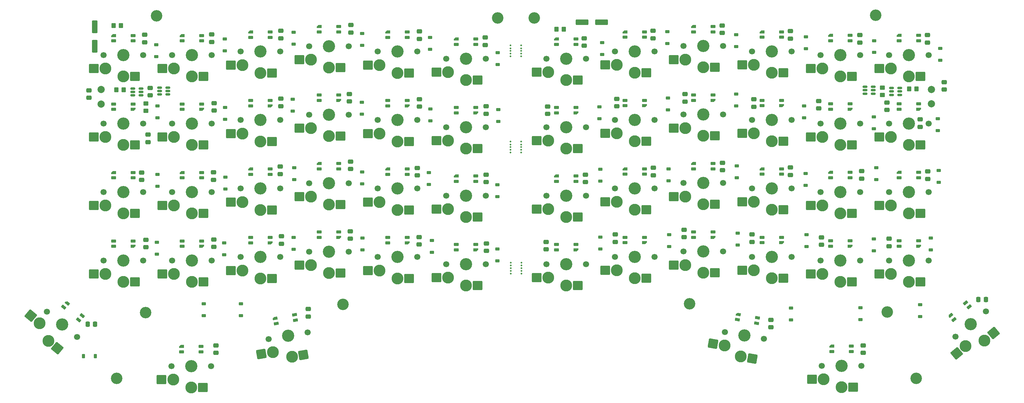
<source format=gbr>
%TF.GenerationSoftware,KiCad,Pcbnew,9.0.0*%
%TF.CreationDate,2026-01-24T15:45:23+11:00*%
%TF.ProjectId,Split Keyboard,53706c69-7420-44b6-9579-626f6172642e,rev?*%
%TF.SameCoordinates,Original*%
%TF.FileFunction,Soldermask,Bot*%
%TF.FilePolarity,Negative*%
%FSLAX46Y46*%
G04 Gerber Fmt 4.6, Leading zero omitted, Abs format (unit mm)*
G04 Created by KiCad (PCBNEW 9.0.0) date 2026-01-24 15:45:23*
%MOMM*%
%LPD*%
G01*
G04 APERTURE LIST*
G04 Aperture macros list*
%AMRoundRect*
0 Rectangle with rounded corners*
0 $1 Rounding radius*
0 $2 $3 $4 $5 $6 $7 $8 $9 X,Y pos of 4 corners*
0 Add a 4 corners polygon primitive as box body*
4,1,4,$2,$3,$4,$5,$6,$7,$8,$9,$2,$3,0*
0 Add four circle primitives for the rounded corners*
1,1,$1+$1,$2,$3*
1,1,$1+$1,$4,$5*
1,1,$1+$1,$6,$7*
1,1,$1+$1,$8,$9*
0 Add four rect primitives between the rounded corners*
20,1,$1+$1,$2,$3,$4,$5,0*
20,1,$1+$1,$4,$5,$6,$7,0*
20,1,$1+$1,$6,$7,$8,$9,0*
20,1,$1+$1,$8,$9,$2,$3,0*%
%AMFreePoly0*
4,1,18,-0.410000,0.593000,-0.403758,0.624380,-0.385983,0.650983,-0.359380,0.668758,-0.328000,0.675000,0.328000,0.675000,0.359380,0.668758,0.385983,0.650983,0.403758,0.624380,0.410000,0.593000,0.410000,-0.593000,0.403758,-0.624380,0.385983,-0.650983,0.359380,-0.668758,0.328000,-0.675000,0.000000,-0.675000,-0.410000,-0.265000,-0.410000,0.593000,-0.410000,0.593000,$1*%
G04 Aperture macros list end*
%ADD10C,3.200000*%
%ADD11C,0.500000*%
%ADD12RoundRect,0.250000X-0.475000X0.337500X-0.475000X-0.337500X0.475000X-0.337500X0.475000X0.337500X0*%
%ADD13C,1.700000*%
%ADD14C,3.400000*%
%ADD15C,3.300000*%
%ADD16RoundRect,0.260000X1.065000X1.040000X-1.065000X1.040000X-1.065000X-1.040000X1.065000X-1.040000X0*%
%ADD17RoundRect,0.150000X-0.512500X-0.150000X0.512500X-0.150000X0.512500X0.150000X-0.512500X0.150000X0*%
%ADD18RoundRect,0.082000X-0.593000X0.328000X-0.593000X-0.328000X0.593000X-0.328000X0.593000X0.328000X0*%
%ADD19FreePoly0,270.000000*%
%ADD20RoundRect,0.225000X-0.375000X0.225000X-0.375000X-0.225000X0.375000X-0.225000X0.375000X0.225000X0*%
%ADD21RoundRect,0.260000X0.868226X1.209135X-1.229414X0.839265X-0.868226X-1.209135X1.229414X-0.839265X0*%
%ADD22RoundRect,0.250000X0.475000X-0.337500X0.475000X0.337500X-0.475000X0.337500X-0.475000X-0.337500X0*%
%ADD23RoundRect,0.250000X0.337500X0.475000X-0.337500X0.475000X-0.337500X-0.475000X0.337500X-0.475000X0*%
%ADD24RoundRect,0.250000X0.450000X-0.350000X0.450000X0.350000X-0.450000X0.350000X-0.450000X-0.350000X0*%
%ADD25RoundRect,0.082000X0.593000X-0.328000X0.593000X0.328000X-0.593000X0.328000X-0.593000X-0.328000X0*%
%ADD26FreePoly0,90.000000*%
%ADD27RoundRect,0.225000X0.225000X0.375000X-0.225000X0.375000X-0.225000X-0.375000X0.225000X-0.375000X0*%
%ADD28C,2.000000*%
%ADD29RoundRect,0.260000X1.484336X0.112117X-0.147338X1.481255X-1.484336X-0.112117X0.147338X-1.481255X0*%
%ADD30RoundRect,0.082000X-0.527034X0.425990X-0.640948X-0.220044X0.527034X-0.425990X0.640948X0.220044X0*%
%ADD31FreePoly0,260.000000*%
%ADD32RoundRect,0.250000X0.550000X-1.500000X0.550000X1.500000X-0.550000X1.500000X-0.550000X-1.500000X0*%
%ADD33RoundRect,0.260000X1.229414X0.839265X-0.868226X1.209135X-1.229414X-0.839265X0.868226X-1.209135X0*%
%ADD34RoundRect,0.250000X0.350000X0.450000X-0.350000X0.450000X-0.350000X-0.450000X0.350000X-0.450000X0*%
%ADD35RoundRect,0.082000X-0.640948X0.220044X-0.527034X-0.425990X0.640948X-0.220044X0.527034X0.425990X0*%
%ADD36FreePoly0,280.000000*%
%ADD37RoundRect,0.260000X0.147338X1.481255X-1.484336X0.112117X-0.147338X-1.481255X1.484336X-0.112117X0*%
%ADD38RoundRect,0.250000X-0.350000X-0.450000X0.350000X-0.450000X0.350000X0.450000X-0.350000X0.450000X0*%
%ADD39RoundRect,0.082000X-0.243430X0.632436X-0.665099X0.129910X0.243430X-0.632436X0.665099X-0.129910X0*%
%ADD40FreePoly0,230.000000*%
%ADD41RoundRect,0.082000X-0.665099X-0.129910X-0.243430X-0.632436X0.665099X0.129910X0.243430X0.632436X0*%
%ADD42FreePoly0,310.000000*%
%ADD43RoundRect,0.250000X-1.500000X-0.550000X1.500000X-0.550000X1.500000X0.550000X-1.500000X0.550000X0*%
%ADD44RoundRect,0.150000X0.512500X0.150000X-0.512500X0.150000X-0.512500X-0.150000X0.512500X-0.150000X0*%
G04 APERTURE END LIST*
D10*
%TO.C,H11*%
X73500000Y-23600000D03*
%TD*%
%TO.C,H4*%
X276610000Y-105960000D03*
%TD*%
%TO.C,H9*%
X62400000Y-124400000D03*
%TD*%
D11*
%TO.C,H1*%
X171820000Y-61610000D03*
X174820000Y-61610000D03*
X174820000Y-60860000D03*
X171820000Y-60848000D03*
X171820000Y-60098000D03*
X174820000Y-60098000D03*
X171820000Y-59348000D03*
X174820000Y-59348000D03*
X171820000Y-58574000D03*
X174820000Y-58574000D03*
%TD*%
D10*
%TO.C,H3*%
X70400000Y-106100000D03*
%TD*%
%TO.C,H10*%
X178495000Y-24200000D03*
%TD*%
%TO.C,H5*%
X125300000Y-103800000D03*
%TD*%
%TO.C,H12*%
X221660000Y-103630000D03*
%TD*%
%TO.C,H7*%
X168300000Y-24200000D03*
%TD*%
%TO.C,H6*%
X273370000Y-23425000D03*
%TD*%
D11*
%TO.C,H2*%
X171910000Y-95302000D03*
X174910000Y-95302000D03*
X174910000Y-94552000D03*
X171910000Y-94540000D03*
X171910000Y-93790000D03*
X174910000Y-93790000D03*
X171910000Y-93040000D03*
X174910000Y-93040000D03*
X171910000Y-92266000D03*
X174910000Y-92266000D03*
%TD*%
%TO.C,H15*%
X171840000Y-34856000D03*
X174840000Y-34856000D03*
X174840000Y-34106000D03*
X171840000Y-34094000D03*
X171840000Y-33344000D03*
X174840000Y-33344000D03*
X171840000Y-32594000D03*
X174840000Y-32594000D03*
X171840000Y-31820000D03*
X174840000Y-31820000D03*
%TD*%
D10*
%TO.C,H8*%
X284670000Y-124375000D03*
%TD*%
D12*
%TO.C,C30*%
X211570000Y-65850000D03*
X211570000Y-67925000D03*
%TD*%
D13*
%TO.C,SW31*%
X107837218Y-90650000D03*
D14*
X102337218Y-90650000D03*
D13*
X96837218Y-90650000D03*
D15*
X97337218Y-94400000D03*
D16*
X94092218Y-94400000D03*
X105582218Y-96600000D03*
D15*
X102337218Y-96600000D03*
%TD*%
D17*
%TO.C,U6*%
X270407500Y-45225000D03*
X270407500Y-44275000D03*
X270407500Y-43325000D03*
X272682500Y-43325000D03*
X272682500Y-44275000D03*
X272682500Y-45225000D03*
%TD*%
D18*
%TO.C,LED26*%
X86012218Y-68650000D03*
X86012218Y-67150000D03*
X80562218Y-68650000D03*
D19*
X80562218Y-67150000D03*
%TD*%
D20*
%TO.C,D8*%
X253945000Y-29450000D03*
X253945000Y-32750000D03*
%TD*%
D18*
%TO.C,LED3*%
X86012218Y-30550000D03*
X86012218Y-29050000D03*
X80562218Y-30550000D03*
D19*
X80562218Y-29050000D03*
%TD*%
D12*
%TO.C,C36*%
X89270000Y-67130000D03*
X89270000Y-69205000D03*
%TD*%
D20*
%TO.C,D12*%
X291320000Y-32675000D03*
X291320000Y-35975000D03*
%TD*%
D12*
%TO.C,C28*%
X249670000Y-65750000D03*
X249670000Y-67825000D03*
%TD*%
D13*
%TO.C,SW3*%
X145937218Y-33500000D03*
D14*
X140437218Y-33500000D03*
D13*
X134937218Y-33500000D03*
D15*
X135437218Y-37250000D03*
D16*
X132192218Y-37250000D03*
X143682218Y-39450000D03*
D15*
X140437218Y-39450000D03*
%TD*%
D13*
%TO.C,SW35*%
X69737218Y-91650000D03*
D14*
X64237218Y-91650000D03*
D13*
X58737218Y-91650000D03*
D15*
X59237218Y-95400000D03*
D16*
X55992218Y-95400000D03*
X67482218Y-97600000D03*
D15*
X64237218Y-97600000D03*
%TD*%
D12*
%TO.C,C42*%
X287870000Y-66850000D03*
X287870000Y-68925000D03*
%TD*%
%TO.C,C39*%
X269870000Y-115250000D03*
X269870000Y-117325000D03*
%TD*%
%TO.C,C61*%
X127460000Y-26142500D03*
X127460000Y-28217500D03*
%TD*%
%TO.C,C66*%
X230770000Y-64450000D03*
X230770000Y-66525000D03*
%TD*%
D20*
%TO.C,D21*%
X234620000Y-45300000D03*
X234620000Y-48600000D03*
%TD*%
D13*
%TO.C,SW45*%
X269045000Y-91625000D03*
D14*
X263545000Y-91625000D03*
D13*
X258045000Y-91625000D03*
D15*
X258545000Y-95375000D03*
D16*
X255300000Y-95375000D03*
X266790000Y-97575000D03*
D15*
X263545000Y-97575000D03*
%TD*%
D13*
%TO.C,SW53*%
X115500000Y-111600000D03*
D14*
X110083558Y-112555065D03*
D13*
X104667116Y-113510130D03*
D15*
X105810700Y-117116335D03*
D21*
X102614999Y-117679823D03*
X114312465Y-117851182D03*
D15*
X111116765Y-118414671D03*
%TD*%
D12*
%TO.C,C56*%
X269470000Y-66775000D03*
X269470000Y-68850000D03*
%TD*%
D13*
%TO.C,SW19*%
X192845000Y-54525000D03*
D14*
X187345000Y-54525000D03*
D13*
X181845000Y-54525000D03*
D15*
X182345000Y-58275000D03*
D16*
X179100000Y-58275000D03*
X190590000Y-60475000D03*
D15*
X187345000Y-60475000D03*
%TD*%
D12*
%TO.C,C25*%
X146550000Y-46745000D03*
X146550000Y-48820000D03*
%TD*%
D20*
%TO.C,D27*%
X150000000Y-86050000D03*
X150000000Y-89350000D03*
%TD*%
D22*
%TO.C,C41*%
X200970000Y-86450000D03*
X200970000Y-84375000D03*
%TD*%
%TO.C,C11*%
X146460000Y-87195000D03*
X146460000Y-85120000D03*
%TD*%
D13*
%TO.C,SW34*%
X88787218Y-72600000D03*
D14*
X83287218Y-72600000D03*
D13*
X77787218Y-72600000D03*
D15*
X78287218Y-76350000D03*
D16*
X75042218Y-76350000D03*
X86532218Y-78550000D03*
D15*
X83287218Y-78550000D03*
%TD*%
D20*
%TO.C,D19*%
X196570000Y-48900000D03*
X196570000Y-52200000D03*
%TD*%
D23*
%TO.C,C53*%
X304007500Y-102450000D03*
X301932500Y-102450000D03*
%TD*%
D20*
%TO.C,D52*%
X269170000Y-104800000D03*
X269170000Y-108100000D03*
%TD*%
D13*
%TO.C,SW12*%
X288095000Y-34475000D03*
D14*
X282595000Y-34475000D03*
D13*
X277095000Y-34475000D03*
D15*
X277595000Y-38225000D03*
D16*
X274350000Y-38225000D03*
X285840000Y-40425000D03*
D15*
X282595000Y-40425000D03*
%TD*%
D24*
%TO.C,R8*%
X275270000Y-45575000D03*
X275270000Y-43575000D03*
%TD*%
D13*
%TO.C,SW27*%
X145937218Y-90650000D03*
D14*
X140437218Y-90650000D03*
D13*
X134937218Y-90650000D03*
D15*
X135437218Y-94400000D03*
D16*
X132192218Y-94400000D03*
X143682218Y-96600000D03*
D15*
X140437218Y-96600000D03*
%TD*%
D13*
%TO.C,SW47*%
X288095000Y-91625000D03*
D14*
X282595000Y-91625000D03*
D13*
X277095000Y-91625000D03*
D15*
X277595000Y-95375000D03*
D16*
X274350000Y-95375000D03*
X285840000Y-97575000D03*
D15*
X282595000Y-97575000D03*
%TD*%
D13*
%TO.C,SW32*%
X107837218Y-71600000D03*
D14*
X102337218Y-71600000D03*
D13*
X96837218Y-71600000D03*
D15*
X97337218Y-75350000D03*
D16*
X94092218Y-75350000D03*
X105582218Y-77550000D03*
D15*
X102337218Y-77550000D03*
%TD*%
D25*
%TO.C,LED45*%
X222720000Y-83675000D03*
X222720000Y-85175000D03*
X228170000Y-83675000D03*
D26*
X228170000Y-85175000D03*
%TD*%
D25*
%TO.C,LED40*%
X118662218Y-83700000D03*
X118662218Y-85200000D03*
X124112218Y-83700000D03*
D26*
X124112218Y-85200000D03*
%TD*%
D20*
%TO.C,D23*%
X272820000Y-51700000D03*
X272820000Y-55000000D03*
%TD*%
%TO.C,D34*%
X92600000Y-68450000D03*
X92600000Y-71750000D03*
%TD*%
D12*
%TO.C,C49*%
X164840000Y-29615000D03*
X164840000Y-31690000D03*
%TD*%
D18*
%TO.C,LED9*%
X143162218Y-29550000D03*
X143162218Y-28050000D03*
X137712218Y-29550000D03*
D19*
X137712218Y-28050000D03*
%TD*%
D27*
%TO.C,D49*%
X56450000Y-118200000D03*
X53150000Y-118200000D03*
%TD*%
D28*
%TO.C,TP3*%
X58100000Y-48150000D03*
%TD*%
D25*
%TO.C,LED20*%
X203670000Y-47075000D03*
X203670000Y-48575000D03*
X209120000Y-47075000D03*
D26*
X209120000Y-48575000D03*
%TD*%
D25*
%TO.C,LED47*%
X260820000Y-86175000D03*
X260820000Y-87675000D03*
X266270000Y-86175000D03*
D26*
X266270000Y-87675000D03*
%TD*%
D13*
%TO.C,SW9*%
X88787218Y-34500000D03*
D14*
X83287218Y-34500000D03*
D13*
X77787218Y-34500000D03*
D15*
X78287218Y-38250000D03*
D16*
X75042218Y-38250000D03*
X86532218Y-40450000D03*
D15*
X83287218Y-40450000D03*
%TD*%
D12*
%TO.C,C51*%
X192670000Y-67750000D03*
X192670000Y-69825000D03*
%TD*%
D18*
%TO.C,LED1*%
X66962218Y-30550000D03*
X66962218Y-29050000D03*
X61512218Y-30550000D03*
D19*
X61512218Y-29050000D03*
%TD*%
D13*
%TO.C,SW49*%
X51413245Y-112935332D03*
D14*
X47200000Y-109400000D03*
D13*
X42986755Y-105864668D03*
D15*
X40959324Y-109058730D03*
D29*
X38473510Y-106972881D03*
X45861229Y-116043810D03*
D15*
X43375414Y-113957965D03*
%TD*%
D18*
%TO.C,LED36*%
X285320000Y-68625000D03*
X285320000Y-67125000D03*
X279870000Y-68625000D03*
D19*
X279870000Y-67125000D03*
%TD*%
D13*
%TO.C,SW17*%
X88787218Y-53550000D03*
D14*
X83287218Y-53550000D03*
D13*
X77787218Y-53550000D03*
D15*
X78287218Y-57300000D03*
D16*
X75042218Y-57300000D03*
X86532218Y-59500000D03*
D15*
X83287218Y-59500000D03*
%TD*%
D18*
%TO.C,LED7*%
X124112218Y-28050000D03*
X124112218Y-26550000D03*
X118662218Y-28050000D03*
D19*
X118662218Y-26550000D03*
%TD*%
D17*
%TO.C,U4*%
X277795000Y-45550000D03*
X277795000Y-44600000D03*
X277795000Y-43650000D03*
X280070000Y-43650000D03*
X280070000Y-44600000D03*
X280070000Y-45550000D03*
%TD*%
D20*
%TO.C,D42*%
X234720000Y-65350000D03*
X234720000Y-68650000D03*
%TD*%
D18*
%TO.C,LED32*%
X209120000Y-67625000D03*
X209120000Y-66125000D03*
X203670000Y-67625000D03*
D19*
X203670000Y-66125000D03*
%TD*%
D12*
%TO.C,C38*%
X127380000Y-64115000D03*
X127380000Y-66190000D03*
%TD*%
D20*
%TO.C,D30*%
X130600000Y-67050000D03*
X130600000Y-70350000D03*
%TD*%
%TO.C,D14*%
X149600000Y-49450000D03*
X149600000Y-52750000D03*
%TD*%
%TO.C,D26*%
X168200000Y-70550000D03*
X168200000Y-73850000D03*
%TD*%
D30*
%TO.C,LED58*%
X240276730Y-109048594D03*
X240537202Y-107571382D03*
X234909528Y-108102212D03*
D31*
X235170000Y-106625000D03*
%TD*%
D22*
%TO.C,C27*%
X181770000Y-88550000D03*
X181770000Y-86475000D03*
%TD*%
D13*
%TO.C,SW29*%
X126887218Y-89150000D03*
D14*
X121387218Y-89150000D03*
D13*
X115887218Y-89150000D03*
D15*
X116387218Y-92900000D03*
D16*
X113142218Y-92900000D03*
X124632218Y-95100000D03*
D15*
X121387218Y-95100000D03*
%TD*%
D18*
%TO.C,LED25*%
X66962218Y-68650000D03*
X66962218Y-67150000D03*
X61512218Y-68650000D03*
D19*
X61512218Y-67150000D03*
%TD*%
D13*
%TO.C,SW44*%
X249995000Y-71575000D03*
D14*
X244495000Y-71575000D03*
D13*
X238995000Y-71575000D03*
D15*
X239495000Y-75325000D03*
D16*
X236250000Y-75325000D03*
X247740000Y-77525000D03*
D15*
X244495000Y-77525000D03*
%TD*%
D32*
%TO.C,C57*%
X56320000Y-32050000D03*
X56320000Y-26650000D03*
%TD*%
D12*
%TO.C,C2*%
X276495000Y-47675000D03*
X276495000Y-49750000D03*
%TD*%
%TO.C,C32*%
X230670000Y-26250000D03*
X230670000Y-28325000D03*
%TD*%
D18*
%TO.C,LED11*%
X162212218Y-31550000D03*
X162212218Y-30050000D03*
X156762218Y-31550000D03*
D19*
X156762218Y-30050000D03*
%TD*%
D13*
%TO.C,SW54*%
X242322654Y-113423525D03*
D14*
X236906211Y-112468460D03*
D13*
X231489768Y-111513395D03*
D15*
X231330992Y-115293248D03*
D33*
X228135290Y-114729760D03*
X239068706Y-118891552D03*
D15*
X235873004Y-118328066D03*
%TD*%
D13*
%TO.C,SW14*%
X145937218Y-52550000D03*
D14*
X140437218Y-52550000D03*
D13*
X134937218Y-52550000D03*
D15*
X135437218Y-56300000D03*
D16*
X132192218Y-56300000D03*
X143682218Y-58500000D03*
D15*
X140437218Y-58500000D03*
%TD*%
D25*
%TO.C,LED44*%
X203670000Y-85175000D03*
X203670000Y-86675000D03*
X209120000Y-85175000D03*
D26*
X209120000Y-86675000D03*
%TD*%
D13*
%TO.C,SW4*%
X211895000Y-33475000D03*
D14*
X206395000Y-33475000D03*
D13*
X200895000Y-33475000D03*
D15*
X201395000Y-37225000D03*
D16*
X198150000Y-37225000D03*
X209640000Y-39425000D03*
D15*
X206395000Y-39425000D03*
%TD*%
D22*
%TO.C,C15*%
X165140000Y-88957500D03*
X165140000Y-86882500D03*
%TD*%
D13*
%TO.C,SW1*%
X164987218Y-35500000D03*
D14*
X159487218Y-35500000D03*
D13*
X153987218Y-35500000D03*
D15*
X154487218Y-39250000D03*
D16*
X151242218Y-39250000D03*
X162732218Y-41450000D03*
D15*
X159487218Y-41450000D03*
%TD*%
D20*
%TO.C,D44*%
X253895000Y-67400000D03*
X253895000Y-70700000D03*
%TD*%
D12*
%TO.C,C9*%
X70200000Y-28852500D03*
X70200000Y-30927500D03*
%TD*%
D20*
%TO.C,D15*%
X130500000Y-47650000D03*
X130500000Y-50950000D03*
%TD*%
D13*
%TO.C,SW18*%
X69737218Y-53550000D03*
D14*
X64237218Y-53550000D03*
D13*
X58737218Y-53550000D03*
D15*
X59237218Y-57300000D03*
D16*
X55992218Y-57300000D03*
X67482218Y-59500000D03*
D15*
X64237218Y-59500000D03*
%TD*%
D22*
%TO.C,C22*%
X89480000Y-49940000D03*
X89480000Y-47865000D03*
%TD*%
%TO.C,C67*%
X239470000Y-48850000D03*
X239470000Y-46775000D03*
%TD*%
D20*
%TO.C,D22*%
X253495000Y-48675000D03*
X253495000Y-51975000D03*
%TD*%
D25*
%TO.C,LED48*%
X279870000Y-86175000D03*
X279870000Y-87675000D03*
X285320000Y-86175000D03*
D26*
X285320000Y-87675000D03*
%TD*%
D13*
%TO.C,SW13*%
X164987218Y-54550000D03*
D14*
X159487218Y-54550000D03*
D13*
X153987218Y-54550000D03*
D15*
X154487218Y-58300000D03*
D16*
X151242218Y-58300000D03*
X162732218Y-60500000D03*
D15*
X159487218Y-60500000D03*
%TD*%
D34*
%TO.C,R6*%
X284695000Y-43875000D03*
X282695000Y-43875000D03*
%TD*%
D13*
%TO.C,SW26*%
X164987218Y-73600000D03*
D14*
X159487218Y-73600000D03*
D13*
X153987218Y-73600000D03*
D15*
X154487218Y-77350000D03*
D16*
X151242218Y-77350000D03*
X162732218Y-79550000D03*
D15*
X159487218Y-79550000D03*
%TD*%
D20*
%TO.C,D51*%
X86600000Y-103700000D03*
X86600000Y-107000000D03*
%TD*%
%TO.C,D39*%
X215995000Y-84475000D03*
X215995000Y-87775000D03*
%TD*%
D18*
%TO.C,LED28*%
X124112218Y-66150000D03*
X124112218Y-64650000D03*
X118662218Y-66150000D03*
D19*
X118662218Y-64650000D03*
%TD*%
D12*
%TO.C,C68*%
X192370000Y-29812500D03*
X192370000Y-31887500D03*
%TD*%
%TO.C,C60*%
X107990000Y-27752500D03*
X107990000Y-29827500D03*
%TD*%
D20*
%TO.C,D37*%
X196795000Y-85100000D03*
X196795000Y-88400000D03*
%TD*%
%TO.C,D33*%
X92300000Y-86750000D03*
X92300000Y-90050000D03*
%TD*%
D22*
%TO.C,C20*%
X258270000Y-87250000D03*
X258270000Y-85175000D03*
%TD*%
D35*
%TO.C,LED54*%
X112073837Y-108225415D03*
X111813365Y-106748203D03*
X106706635Y-109171797D03*
D36*
X106446163Y-107694585D03*
%TD*%
D20*
%TO.C,D24*%
X290670000Y-52200000D03*
X290670000Y-55500000D03*
%TD*%
D13*
%TO.C,SW43*%
X249995000Y-90625000D03*
D14*
X244495000Y-90625000D03*
D13*
X238995000Y-90625000D03*
D15*
X239495000Y-94375000D03*
D16*
X236250000Y-94375000D03*
X247740000Y-96575000D03*
D15*
X244495000Y-96575000D03*
%TD*%
D12*
%TO.C,C52*%
X211470000Y-27750000D03*
X211470000Y-29825000D03*
%TD*%
D20*
%TO.C,D50*%
X285770000Y-103900000D03*
X285770000Y-107200000D03*
%TD*%
%TO.C,D31*%
X111600000Y-85250000D03*
X111600000Y-88550000D03*
%TD*%
D12*
%TO.C,C3*%
X54670000Y-44292500D03*
X54670000Y-46367500D03*
%TD*%
D20*
%TO.C,D54*%
X249870000Y-104825000D03*
X249870000Y-108125000D03*
%TD*%
D13*
%TO.C,SW50*%
X304003013Y-105778063D03*
D14*
X299789769Y-109313395D03*
D13*
X295576525Y-112848727D03*
D15*
X298370000Y-115400000D03*
D37*
X295884186Y-117485846D03*
X306100169Y-111785514D03*
D15*
X303614355Y-113871359D03*
%TD*%
D18*
%TO.C,LED6*%
X228170000Y-28025000D03*
X228170000Y-26525000D03*
X222720000Y-28025000D03*
D19*
X222720000Y-26525000D03*
%TD*%
D34*
%TO.C,R14*%
X186670000Y-27275000D03*
X184670000Y-27275000D03*
%TD*%
D18*
%TO.C,LED33*%
X228170000Y-66125000D03*
X228170000Y-64625000D03*
X222720000Y-66125000D03*
D19*
X222720000Y-64625000D03*
%TD*%
D12*
%TO.C,C23*%
X69350000Y-67160000D03*
X69350000Y-69235000D03*
%TD*%
D13*
%TO.C,SW41*%
X230945000Y-89125000D03*
D14*
X225445000Y-89125000D03*
D13*
X219945000Y-89125000D03*
D15*
X220445000Y-92875000D03*
D16*
X217200000Y-92875000D03*
X228690000Y-95075000D03*
D15*
X225445000Y-95075000D03*
%TD*%
D20*
%TO.C,D53*%
X96900000Y-103700000D03*
X96900000Y-107000000D03*
%TD*%
D25*
%TO.C,LED43*%
X184620000Y-87175000D03*
X184620000Y-88675000D03*
X190070000Y-87175000D03*
D26*
X190070000Y-88675000D03*
%TD*%
D13*
%TO.C,SW25*%
X164987218Y-92650000D03*
D14*
X159487218Y-92650000D03*
D13*
X153987218Y-92650000D03*
D15*
X154487218Y-96400000D03*
D16*
X151242218Y-96400000D03*
X162732218Y-98600000D03*
D15*
X159487218Y-98600000D03*
%TD*%
D20*
%TO.C,D40*%
X215820000Y-66150000D03*
X215820000Y-69450000D03*
%TD*%
D13*
%TO.C,SW36*%
X69737218Y-72600000D03*
D14*
X64237218Y-72600000D03*
D13*
X58737218Y-72600000D03*
D15*
X59237218Y-76350000D03*
D16*
X55992218Y-76350000D03*
X67482218Y-78550000D03*
D15*
X64237218Y-78550000D03*
%TD*%
D22*
%TO.C,C29*%
X257570000Y-49350000D03*
X257570000Y-47275000D03*
%TD*%
D23*
%TO.C,C34*%
X56370000Y-109350000D03*
X54295000Y-109350000D03*
%TD*%
D28*
%TO.C,TP1*%
X58100000Y-44100000D03*
%TD*%
D25*
%TO.C,LED21*%
X222720000Y-45575000D03*
X222720000Y-47075000D03*
X228170000Y-45575000D03*
D26*
X228170000Y-47075000D03*
%TD*%
D20*
%TO.C,D35*%
X73530000Y-86570000D03*
X73530000Y-89870000D03*
%TD*%
%TO.C,D43*%
X254145000Y-84450000D03*
X254145000Y-87750000D03*
%TD*%
D22*
%TO.C,C55*%
X220070000Y-85150000D03*
X220070000Y-83075000D03*
%TD*%
D13*
%TO.C,SW42*%
X230945000Y-70075000D03*
D14*
X225445000Y-70075000D03*
D13*
X219945000Y-70075000D03*
D15*
X220445000Y-73825000D03*
D16*
X217200000Y-73825000D03*
X228690000Y-76025000D03*
D15*
X225445000Y-76025000D03*
%TD*%
D13*
%TO.C,SW7*%
X230945000Y-31975000D03*
D14*
X225445000Y-31975000D03*
D13*
X219945000Y-31975000D03*
D15*
X220445000Y-35725000D03*
D16*
X217200000Y-35725000D03*
X228690000Y-37925000D03*
D15*
X225445000Y-37925000D03*
%TD*%
D13*
%TO.C,SW52*%
X269389769Y-120913395D03*
D14*
X263889769Y-120913395D03*
D13*
X258389769Y-120913395D03*
D15*
X258889769Y-124663395D03*
D16*
X255644769Y-124663395D03*
X267134768Y-126863395D03*
D15*
X263889769Y-126863394D03*
%TD*%
D12*
%TO.C,C14*%
X268970000Y-28950000D03*
X268970000Y-31025000D03*
%TD*%
D13*
%TO.C,SW37*%
X192845000Y-92625000D03*
D14*
X187345000Y-92625000D03*
D13*
X181845000Y-92625000D03*
D15*
X182345000Y-96375000D03*
D16*
X179100000Y-96375000D03*
X190590000Y-98575000D03*
D15*
X187345000Y-98575000D03*
%TD*%
D28*
%TO.C,TP2*%
X288845000Y-44025000D03*
%TD*%
D13*
%TO.C,SW24*%
X288095000Y-53525000D03*
D14*
X282595000Y-53525000D03*
D13*
X277095000Y-53525000D03*
D15*
X277595000Y-57275000D03*
D16*
X274350000Y-57275000D03*
X285840000Y-59475000D03*
D15*
X282595000Y-59475000D03*
%TD*%
D13*
%TO.C,SW20*%
X211895000Y-52525000D03*
D14*
X206395000Y-52525000D03*
D13*
X200895000Y-52525000D03*
D15*
X201395000Y-56275000D03*
D16*
X198150000Y-56275000D03*
X209640000Y-58475000D03*
D15*
X206395000Y-58475000D03*
%TD*%
D12*
%TO.C,C16*%
X249670000Y-27812500D03*
X249670000Y-29887500D03*
%TD*%
D20*
%TO.C,D13*%
X168500000Y-49650000D03*
X168500000Y-52950000D03*
%TD*%
D25*
%TO.C,LED46*%
X241770000Y-85175000D03*
X241770000Y-86675000D03*
X247220000Y-85175000D03*
D26*
X247220000Y-86675000D03*
%TD*%
D12*
%TO.C,C33*%
X115610000Y-105115000D03*
X115610000Y-107190000D03*
%TD*%
D20*
%TO.C,D48*%
X290870000Y-66600000D03*
X290870000Y-69900000D03*
%TD*%
D25*
%TO.C,LED37*%
X61512218Y-86200000D03*
X61512218Y-87700000D03*
X66962218Y-86200000D03*
D26*
X66962218Y-87700000D03*
%TD*%
D25*
%TO.C,LED17*%
X137712218Y-47100000D03*
X137712218Y-48600000D03*
X143162218Y-47100000D03*
D26*
X143162218Y-48600000D03*
%TD*%
D20*
%TO.C,D6*%
X111600000Y-28150000D03*
X111600000Y-31450000D03*
%TD*%
D25*
%TO.C,LED24*%
X279870000Y-48075000D03*
X279870000Y-49575000D03*
X285320000Y-48075000D03*
D26*
X285320000Y-49575000D03*
%TD*%
D20*
%TO.C,D47*%
X288670000Y-85400000D03*
X288670000Y-88700000D03*
%TD*%
D22*
%TO.C,C45*%
X108180000Y-86975000D03*
X108180000Y-84900000D03*
%TD*%
D13*
%TO.C,SW11*%
X269045000Y-34475000D03*
D14*
X263545000Y-34475000D03*
D13*
X258045000Y-34475000D03*
D15*
X258545000Y-38225000D03*
D16*
X255300000Y-38225000D03*
X266790000Y-40425000D03*
D15*
X263545000Y-40425000D03*
%TD*%
D25*
%TO.C,LED42*%
X156762218Y-87200000D03*
X156762218Y-88700000D03*
X162212218Y-87200000D03*
D26*
X162212218Y-88700000D03*
%TD*%
D18*
%TO.C,LED2*%
X190070000Y-31525000D03*
X190070000Y-30025000D03*
X184620000Y-31525000D03*
D19*
X184620000Y-30025000D03*
%TD*%
D18*
%TO.C,LED30*%
X162212218Y-69650000D03*
X162212218Y-68150000D03*
X156762218Y-69650000D03*
D19*
X156762218Y-68150000D03*
%TD*%
D20*
%TO.C,D5*%
X130600000Y-28450000D03*
X130600000Y-31750000D03*
%TD*%
D12*
%TO.C,C50*%
X146560000Y-27920000D03*
X146560000Y-29995000D03*
%TD*%
D18*
%TO.C,LED35*%
X266270000Y-68625000D03*
X266270000Y-67125000D03*
X260820000Y-68625000D03*
D19*
X260820000Y-67125000D03*
%TD*%
D18*
%TO.C,LED10*%
X266270000Y-30525000D03*
X266270000Y-29025000D03*
X260820000Y-30525000D03*
D19*
X260820000Y-29025000D03*
%TD*%
D22*
%TO.C,C43*%
X285770000Y-54450000D03*
X285770000Y-52375000D03*
%TD*%
D38*
%TO.C,R5*%
X62300000Y-44170000D03*
X64300000Y-44170000D03*
%TD*%
D20*
%TO.C,D38*%
X196845000Y-66250000D03*
X196845000Y-69550000D03*
%TD*%
D13*
%TO.C,SW6*%
X107837218Y-33500000D03*
D14*
X102337218Y-33500000D03*
D13*
X96837218Y-33500000D03*
D15*
X97337218Y-37250000D03*
D16*
X94092218Y-37250000D03*
X105582218Y-39450000D03*
D15*
X102337218Y-39450000D03*
%TD*%
D13*
%TO.C,SW2*%
X192845000Y-35475000D03*
D14*
X187345000Y-35475000D03*
D13*
X181845000Y-35475000D03*
D15*
X182345000Y-39225000D03*
D16*
X179100000Y-39225000D03*
X190590000Y-41425000D03*
D15*
X187345000Y-41425000D03*
%TD*%
D25*
%TO.C,LED39*%
X99612218Y-85240000D03*
X99612218Y-86740000D03*
X105062218Y-85240000D03*
D26*
X105062218Y-86740000D03*
%TD*%
D24*
%TO.C,R7*%
X70510000Y-49970000D03*
X70510000Y-47970000D03*
%TD*%
D18*
%TO.C,LED31*%
X190070000Y-69625000D03*
X190070000Y-68125000D03*
X184620000Y-69625000D03*
D19*
X184620000Y-68125000D03*
%TD*%
D20*
%TO.C,D3*%
X149500000Y-29550000D03*
X149500000Y-32850000D03*
%TD*%
D12*
%TO.C,C24*%
X107830000Y-65490000D03*
X107830000Y-67565000D03*
%TD*%
D13*
%TO.C,SW22*%
X249995000Y-52525000D03*
D14*
X244495000Y-52525000D03*
D13*
X238995000Y-52525000D03*
D15*
X239495000Y-56275000D03*
D16*
X236250000Y-56275000D03*
X247740000Y-58475000D03*
D15*
X244495000Y-58475000D03*
%TD*%
D39*
%TO.C,LED52*%
X51835381Y-108116130D03*
X52799562Y-106967062D03*
X47660438Y-104612938D03*
D40*
X48624619Y-103463870D03*
%TD*%
D20*
%TO.C,D20*%
X215595000Y-46475000D03*
X215595000Y-49775000D03*
%TD*%
D13*
%TO.C,SW51*%
X88600000Y-121000000D03*
D14*
X83100000Y-121000000D03*
D13*
X77600000Y-121000000D03*
D15*
X78100000Y-124750000D03*
D16*
X74855000Y-124750000D03*
X86345000Y-126950000D03*
D15*
X83100000Y-126950000D03*
%TD*%
D18*
%TO.C,LED29*%
X143162218Y-67650000D03*
X143162218Y-66150000D03*
X137712218Y-67650000D03*
D19*
X137712218Y-66150000D03*
%TD*%
D13*
%TO.C,SW30*%
X126887218Y-70100000D03*
D14*
X121387218Y-70100000D03*
D13*
X115887218Y-70100000D03*
D15*
X116387218Y-73850000D03*
D16*
X113142218Y-73850000D03*
X124632218Y-76050000D03*
D15*
X121387218Y-76050000D03*
%TD*%
D13*
%TO.C,SW5*%
X126887218Y-32000000D03*
D14*
X121387218Y-32000000D03*
D13*
X115887218Y-32000000D03*
D15*
X116387218Y-35750000D03*
D16*
X113142218Y-35750000D03*
X124632218Y-37950000D03*
D15*
X121387218Y-37950000D03*
%TD*%
D41*
%TO.C,LED60*%
X299334124Y-104545876D03*
X298369943Y-103396808D03*
X295159181Y-108049068D03*
D42*
X294195000Y-106900000D03*
%TD*%
D20*
%TO.C,D2*%
X197320000Y-31000000D03*
X197320000Y-34300000D03*
%TD*%
D13*
%TO.C,SW39*%
X211895000Y-90625000D03*
D14*
X206395000Y-90625000D03*
D13*
X200895000Y-90625000D03*
D15*
X201395000Y-94375000D03*
D16*
X198150000Y-94375000D03*
X209640000Y-96575000D03*
D15*
X206395000Y-96575000D03*
%TD*%
D13*
%TO.C,SW40*%
X211895000Y-71575000D03*
D14*
X206395000Y-71575000D03*
D13*
X200895000Y-71575000D03*
D15*
X201395000Y-75325000D03*
D16*
X198150000Y-75325000D03*
X209640000Y-77525000D03*
D15*
X206395000Y-77525000D03*
%TD*%
D25*
%TO.C,LED38*%
X80562218Y-86200000D03*
X80562218Y-87700000D03*
X86012218Y-86200000D03*
D26*
X86012218Y-87700000D03*
%TD*%
D38*
%TO.C,R13*%
X61540000Y-26320000D03*
X63540000Y-26320000D03*
%TD*%
D18*
%TO.C,LED5*%
X105062218Y-29550000D03*
X105062218Y-28050000D03*
X99612218Y-29550000D03*
D19*
X99612218Y-28050000D03*
%TD*%
D12*
%TO.C,C17*%
X89940000Y-115235000D03*
X89940000Y-117310000D03*
%TD*%
D13*
%TO.C,SW8*%
X249995000Y-33475000D03*
D14*
X244495000Y-33475000D03*
D13*
X238995000Y-33475000D03*
D15*
X239495000Y-37225000D03*
D16*
X236250000Y-37225000D03*
X247740000Y-39425000D03*
D15*
X244495000Y-39425000D03*
%TD*%
D22*
%TO.C,C1*%
X71700000Y-45705000D03*
X71700000Y-43630000D03*
%TD*%
%TO.C,C44*%
X220370000Y-47425000D03*
X220370000Y-45350000D03*
%TD*%
D13*
%TO.C,SW28*%
X145937218Y-71600000D03*
D14*
X140437218Y-71600000D03*
D13*
X134937218Y-71600000D03*
D15*
X135437218Y-75350000D03*
D16*
X132192218Y-75350000D03*
X143682218Y-77550000D03*
D15*
X140437218Y-77550000D03*
%TD*%
D20*
%TO.C,D4*%
X215470000Y-28000000D03*
X215470000Y-31300000D03*
%TD*%
D25*
%TO.C,LED23*%
X260820000Y-48075000D03*
X260820000Y-49575000D03*
X266270000Y-48075000D03*
D26*
X266270000Y-49575000D03*
%TD*%
D20*
%TO.C,D9*%
X92400000Y-30000000D03*
X92400000Y-33300000D03*
%TD*%
D18*
%TO.C,LED34*%
X247220000Y-67625000D03*
X247220000Y-66125000D03*
X241770000Y-67625000D03*
D19*
X241770000Y-66125000D03*
%TD*%
D18*
%TO.C,LED8*%
X247220000Y-29525000D03*
X247220000Y-28025000D03*
X241770000Y-29525000D03*
D19*
X241770000Y-28025000D03*
%TD*%
D20*
%TO.C,D36*%
X73760000Y-67692500D03*
X73760000Y-70992500D03*
%TD*%
%TO.C,D7*%
X234620000Y-28850000D03*
X234620000Y-32150000D03*
%TD*%
D25*
%TO.C,LED41*%
X137712218Y-85200000D03*
X137712218Y-86700000D03*
X143162218Y-85200000D03*
D26*
X143162218Y-86700000D03*
%TD*%
D12*
%TO.C,C13*%
X145950000Y-65882500D03*
X145950000Y-67957500D03*
%TD*%
D13*
%TO.C,SW21*%
X230945000Y-51025000D03*
D14*
X225445000Y-51025000D03*
D13*
X219945000Y-51025000D03*
D15*
X220445000Y-54775000D03*
D16*
X217200000Y-54775000D03*
X228690000Y-56975000D03*
D15*
X225445000Y-56975000D03*
%TD*%
D28*
%TO.C,TP4*%
X288845000Y-48075000D03*
%TD*%
D18*
%TO.C,LED4*%
X209120000Y-29525000D03*
X209120000Y-28025000D03*
X203670000Y-29525000D03*
D19*
X203670000Y-28025000D03*
%TD*%
D12*
%TO.C,C26*%
X127290000Y-83500000D03*
X127290000Y-85575000D03*
%TD*%
D22*
%TO.C,C19*%
X71140000Y-58670000D03*
X71140000Y-56595000D03*
%TD*%
D20*
%TO.C,D18*%
X73700000Y-48650000D03*
X73700000Y-51950000D03*
%TD*%
%TO.C,D41*%
X235020000Y-84025000D03*
X235020000Y-87325000D03*
%TD*%
%TO.C,D29*%
X130700000Y-85400000D03*
X130700000Y-88700000D03*
%TD*%
D13*
%TO.C,SW23*%
X269045000Y-53525000D03*
D14*
X263545000Y-53525000D03*
D13*
X258045000Y-53525000D03*
D15*
X258545000Y-57275000D03*
D16*
X255300000Y-57275000D03*
X266790000Y-59475000D03*
D15*
X263545000Y-59475000D03*
%TD*%
D25*
%TO.C,LED15*%
X99612218Y-47100000D03*
X99612218Y-48600000D03*
X105062218Y-47100000D03*
D26*
X105062218Y-48600000D03*
%TD*%
D20*
%TO.C,D10*%
X73400000Y-31600000D03*
X73400000Y-34900000D03*
%TD*%
D22*
%TO.C,C21*%
X70470000Y-87960000D03*
X70470000Y-85885000D03*
%TD*%
%TO.C,C54*%
X238970000Y-86450000D03*
X238970000Y-84375000D03*
%TD*%
D13*
%TO.C,SW46*%
X269045000Y-72575000D03*
D14*
X263545000Y-72575000D03*
D13*
X258045000Y-72575000D03*
D15*
X258545000Y-76325000D03*
D16*
X255300000Y-76325000D03*
X266790000Y-78525000D03*
D15*
X263545000Y-78525000D03*
%TD*%
D13*
%TO.C,SW48*%
X288095000Y-72575000D03*
D14*
X282595000Y-72575000D03*
D13*
X277095000Y-72575000D03*
D15*
X277595000Y-76325000D03*
D16*
X274350000Y-76325000D03*
X285840000Y-78525000D03*
D15*
X282595000Y-78525000D03*
%TD*%
D20*
%TO.C,D32*%
X111700000Y-65850000D03*
X111700000Y-69150000D03*
%TD*%
D12*
%TO.C,C62*%
X88820000Y-28755000D03*
X88820000Y-30830000D03*
%TD*%
D13*
%TO.C,SW10*%
X69737218Y-34500000D03*
D14*
X64237218Y-34500000D03*
D13*
X58737218Y-34500000D03*
D15*
X59237218Y-38250000D03*
D16*
X55992218Y-38250000D03*
X67482218Y-40450000D03*
D15*
X64237218Y-40450000D03*
%TD*%
D13*
%TO.C,SW33*%
X88787218Y-91650000D03*
D14*
X83287218Y-91650000D03*
D13*
X77787218Y-91650000D03*
D15*
X78287218Y-95400000D03*
D16*
X75042218Y-95400000D03*
X86532218Y-97600000D03*
D15*
X83287218Y-97600000D03*
%TD*%
D12*
%TO.C,C46*%
X127060000Y-45325000D03*
X127060000Y-47400000D03*
%TD*%
D20*
%TO.C,D16*%
X111300000Y-46750000D03*
X111300000Y-50050000D03*
%TD*%
D13*
%TO.C,SW16*%
X107837218Y-52550000D03*
D14*
X102337218Y-52550000D03*
D13*
X96837218Y-52550000D03*
D15*
X97337218Y-56300000D03*
D16*
X94092218Y-56300000D03*
X105582218Y-58500000D03*
D15*
X102337218Y-58500000D03*
%TD*%
D22*
%TO.C,C10*%
X182170000Y-50850000D03*
X182170000Y-48775000D03*
%TD*%
D43*
%TO.C,C58*%
X191745000Y-25325000D03*
X197145000Y-25325000D03*
%TD*%
D12*
%TO.C,C18*%
X244270000Y-108150000D03*
X244270000Y-110225000D03*
%TD*%
D22*
%TO.C,C37*%
X107980000Y-48695000D03*
X107980000Y-46620000D03*
%TD*%
D13*
%TO.C,SW38*%
X192845000Y-73575000D03*
D14*
X187345000Y-73575000D03*
D13*
X181845000Y-73575000D03*
D15*
X182345000Y-77325000D03*
D16*
X179100000Y-77325000D03*
X190590000Y-79525000D03*
D15*
X187345000Y-79525000D03*
%TD*%
D22*
%TO.C,C4*%
X292445000Y-44087500D03*
X292445000Y-42012500D03*
%TD*%
D20*
%TO.C,D1*%
X168300000Y-33850000D03*
X168300000Y-37150000D03*
%TD*%
D12*
%TO.C,C47*%
X165040000Y-48742500D03*
X165040000Y-50817500D03*
%TD*%
D18*
%TO.C,LED27*%
X105062218Y-67690000D03*
X105062218Y-66190000D03*
X99612218Y-67690000D03*
D19*
X99612218Y-66190000D03*
%TD*%
D22*
%TO.C,C40*%
X277070000Y-87625000D03*
X277070000Y-85550000D03*
%TD*%
D44*
%TO.C,U3*%
X69140000Y-43780000D03*
X69140000Y-44730000D03*
X69140000Y-45680000D03*
X66865000Y-45680000D03*
X66865000Y-44730000D03*
X66865000Y-43780000D03*
%TD*%
D20*
%TO.C,D17*%
X92500000Y-49100000D03*
X92500000Y-52400000D03*
%TD*%
%TO.C,D25*%
X168200000Y-88400000D03*
X168200000Y-91700000D03*
%TD*%
D18*
%TO.C,LED59*%
X266614769Y-116963395D03*
X266614769Y-115463395D03*
X261164769Y-116963395D03*
D19*
X261164769Y-115463395D03*
%TD*%
D12*
%TO.C,C48*%
X165060000Y-67765000D03*
X165060000Y-69840000D03*
%TD*%
D25*
%TO.C,LED19*%
X184620000Y-49075000D03*
X184620000Y-50575000D03*
X190070000Y-49075000D03*
D26*
X190070000Y-50575000D03*
%TD*%
D25*
%TO.C,LED16*%
X118662218Y-45600000D03*
X118662218Y-47100000D03*
X124112218Y-45600000D03*
D26*
X124112218Y-47100000D03*
%TD*%
D22*
%TO.C,C31*%
X201370000Y-48750000D03*
X201370000Y-46675000D03*
%TD*%
D18*
%TO.C,LED12*%
X285320000Y-30525000D03*
X285320000Y-29025000D03*
X279870000Y-30525000D03*
D19*
X279870000Y-29025000D03*
%TD*%
D25*
%TO.C,LED22*%
X241770000Y-47075000D03*
X241770000Y-48575000D03*
X247220000Y-47075000D03*
D26*
X247220000Y-48575000D03*
%TD*%
D18*
%TO.C,LED53*%
X85825000Y-117050000D03*
X85825000Y-115550000D03*
X80375000Y-117050000D03*
D19*
X80375000Y-115550000D03*
%TD*%
D44*
%TO.C,U5*%
X76577500Y-43520000D03*
X76577500Y-44470000D03*
X76577500Y-45420000D03*
X74302500Y-45420000D03*
X74302500Y-44470000D03*
X74302500Y-43520000D03*
%TD*%
D20*
%TO.C,D28*%
X149200000Y-67150000D03*
X149200000Y-70450000D03*
%TD*%
D12*
%TO.C,C12*%
X287770000Y-28950000D03*
X287770000Y-31025000D03*
%TD*%
D20*
%TO.C,D46*%
X273545000Y-65825000D03*
X273545000Y-69125000D03*
%TD*%
%TO.C,D11*%
X272920000Y-30475000D03*
X272920000Y-33775000D03*
%TD*%
D25*
%TO.C,LED14*%
X80562218Y-48100000D03*
X80562218Y-49600000D03*
X86012218Y-48100000D03*
D26*
X86012218Y-49600000D03*
%TD*%
D13*
%TO.C,SW15*%
X126887218Y-51050000D03*
D14*
X121387218Y-51050000D03*
D13*
X115887218Y-51050000D03*
D15*
X116387218Y-54800000D03*
D16*
X113142218Y-54800000D03*
X124632218Y-57000000D03*
D15*
X121387218Y-57000000D03*
%TD*%
D25*
%TO.C,LED13*%
X61512218Y-48100000D03*
X61512218Y-49600000D03*
X66962218Y-48100000D03*
D26*
X66962218Y-49600000D03*
%TD*%
D22*
%TO.C,C35*%
X89350000Y-87845000D03*
X89350000Y-85770000D03*
%TD*%
D20*
%TO.C,D45*%
X272895000Y-85650000D03*
X272895000Y-88950000D03*
%TD*%
D25*
%TO.C,LED18*%
X156762218Y-49100000D03*
X156762218Y-50600000D03*
X162212218Y-49100000D03*
D26*
X162212218Y-50600000D03*
%TD*%
M02*

</source>
